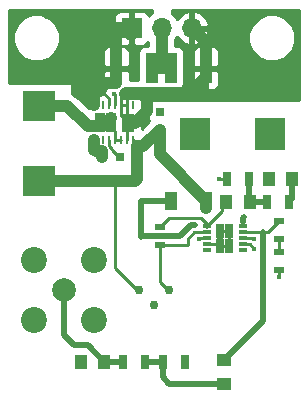
<source format=gbr>
G04 #@! TF.FileFunction,Copper,L1,Top,Signal*
%FSLAX46Y46*%
G04 Gerber Fmt 4.6, Leading zero omitted, Abs format (unit mm)*
G04 Created by KiCad (PCBNEW 4.0.6) date 12/13/17 11:39:51*
%MOMM*%
%LPD*%
G01*
G04 APERTURE LIST*
%ADD10C,0.100000*%
%ADD11R,0.650000X0.300000*%
%ADD12R,0.775000X1.240000*%
%ADD13R,1.070000X1.650000*%
%ADD14R,0.250000X0.700000*%
%ADD15R,0.890000X0.825000*%
%ADD16R,1.000000X2.500000*%
%ADD17R,0.800000X0.750000*%
%ADD18R,0.750000X0.800000*%
%ADD19C,2.200000*%
%ADD20C,2.000000*%
%ADD21R,0.900000X0.500000*%
%ADD22R,1.700000X1.700000*%
%ADD23O,1.700000X1.700000*%
%ADD24R,1.000000X1.600000*%
%ADD25R,2.550000X2.700000*%
%ADD26R,2.700000X2.550000*%
%ADD27R,1.000000X1.250000*%
%ADD28R,1.250000X1.000000*%
%ADD29R,0.700000X1.300000*%
%ADD30C,0.750000*%
%ADD31C,0.450000*%
%ADD32C,0.600000*%
%ADD33C,1.000000*%
%ADD34C,0.250000*%
%ADD35C,0.500000*%
%ADD36C,0.150000*%
%ADD37C,0.254000*%
G04 APERTURE END LIST*
D10*
D11*
X142800000Y-102850000D03*
X142800000Y-103350000D03*
X142800000Y-103850000D03*
X142800000Y-104350000D03*
X142800000Y-104850000D03*
X145900000Y-104850000D03*
X145900000Y-104350000D03*
X145900000Y-103850000D03*
X145900000Y-103350000D03*
X145900000Y-102850000D03*
D12*
X144737500Y-104470000D03*
X144737500Y-103230000D03*
X143962500Y-104470000D03*
X143962500Y-103230000D03*
D13*
X136150000Y-94050000D03*
D14*
X133550000Y-92600000D03*
X134050000Y-92600000D03*
X134550000Y-92600000D03*
X135050000Y-92600000D03*
X135550000Y-92600000D03*
X136050000Y-92600000D03*
X136550000Y-92600000D03*
X136550000Y-95500000D03*
X136050000Y-95500000D03*
X135550000Y-95500000D03*
X135050000Y-95500000D03*
X134550000Y-95500000D03*
X134050000Y-95500000D03*
X133550000Y-95500000D03*
D15*
X133805000Y-94462500D03*
X133805000Y-93637500D03*
X134695000Y-93637500D03*
X134695000Y-94462500D03*
D16*
X135150000Y-89450000D03*
X138150000Y-89450000D03*
X139750000Y-89450000D03*
X142750000Y-89450000D03*
D17*
X135450000Y-97000000D03*
X133950000Y-97000000D03*
D18*
X138850000Y-94650000D03*
X138850000Y-93150000D03*
D19*
X128210000Y-110790000D03*
X128210000Y-105710000D03*
X133290000Y-105710000D03*
X133290000Y-110790000D03*
D20*
X130750000Y-108250000D03*
D21*
X138850000Y-102900000D03*
X138850000Y-104400000D03*
D22*
X136470000Y-86050000D03*
D23*
X139010000Y-86050000D03*
X141550000Y-86050000D03*
D24*
X139750000Y-100650000D03*
X142750000Y-100650000D03*
D25*
X141800000Y-95050000D03*
X148150000Y-95050000D03*
D26*
X128650000Y-92650000D03*
X128650000Y-99000000D03*
D27*
X146450000Y-100750000D03*
X144450000Y-100750000D03*
X150050000Y-98850000D03*
X148050000Y-98850000D03*
D28*
X144250000Y-116150000D03*
X144250000Y-114150000D03*
D27*
X134150000Y-114350000D03*
X132150000Y-114350000D03*
D29*
X146400000Y-98850000D03*
X144500000Y-98850000D03*
X149800000Y-100750000D03*
X147900000Y-100750000D03*
D21*
X148950000Y-105000000D03*
X148950000Y-106500000D03*
X148950000Y-102400000D03*
X148950000Y-103900000D03*
D29*
X139100000Y-114350000D03*
X141000000Y-114350000D03*
X135700000Y-114350000D03*
X137600000Y-114350000D03*
D30*
X138320000Y-109520000D03*
X137050000Y-108250000D03*
X139590000Y-108250000D03*
D31*
X142150000Y-103950000D03*
X139750000Y-100650000D03*
X143850000Y-98850000D03*
X148050000Y-98850000D03*
X148950000Y-107150000D03*
D32*
X141000000Y-114350000D03*
X132150000Y-114350000D03*
X134695000Y-94462500D03*
X133805000Y-93637500D03*
X148150000Y-95050000D03*
X133805000Y-94462500D03*
X134695000Y-93637500D03*
D31*
X145950000Y-102050000D03*
D32*
X133950000Y-97000000D03*
X141750000Y-95150000D03*
D31*
X142750000Y-101200000D03*
X143950000Y-102950000D03*
X138850000Y-93150000D03*
X134950000Y-91650000D03*
X149750000Y-100850000D03*
X146850000Y-104750000D03*
X148850000Y-103950000D03*
X146850000Y-103950000D03*
D33*
X134276359Y-90728639D02*
X133654998Y-91350000D01*
X133654998Y-91350000D02*
X133274999Y-91729999D01*
D34*
X134550000Y-92600000D02*
X134550000Y-92000000D01*
X134550000Y-92000000D02*
X133900000Y-91350000D01*
X133900000Y-91350000D02*
X133654998Y-91350000D01*
D33*
X135150000Y-90728639D02*
X134276359Y-90728639D01*
X133274999Y-91729999D02*
X133274999Y-92574999D01*
D34*
X133550000Y-92600000D02*
X133550000Y-91750000D01*
X133550000Y-91750000D02*
X133750000Y-91550000D01*
D33*
X135150000Y-89450000D02*
X135150000Y-90728639D01*
X135250000Y-86050000D02*
X135150000Y-86150000D01*
X135150000Y-86150000D02*
X135150000Y-89450000D01*
X136470000Y-86050000D02*
X135250000Y-86050000D01*
X136370000Y-86650000D02*
X136370000Y-86570000D01*
D34*
X142800000Y-103850000D02*
X142250000Y-103850000D01*
X142250000Y-103850000D02*
X142150000Y-103950000D01*
X144500000Y-98850000D02*
X143850000Y-98850000D01*
X148950000Y-106500000D02*
X148950000Y-107150000D01*
D35*
X141050000Y-114350000D02*
X141000000Y-114350000D01*
X141075000Y-114325000D02*
X141050000Y-114350000D01*
X140450000Y-103650000D02*
X140550000Y-103650000D01*
X137250000Y-100650000D02*
X137250000Y-103750000D01*
X137250000Y-103750000D02*
X137350000Y-103650000D01*
X137350000Y-103650000D02*
X140450000Y-103650000D01*
X139750000Y-100650000D02*
X137250000Y-100650000D01*
X141450000Y-102750000D02*
X141850000Y-102750000D01*
X140550000Y-103650000D02*
X141450000Y-102750000D01*
D34*
X135050000Y-95500000D02*
X135050000Y-94817500D01*
X135050000Y-94817500D02*
X134695000Y-94462500D01*
X135050000Y-95500000D02*
X135550000Y-95500000D01*
D33*
X128650000Y-92650000D02*
X131000000Y-92650000D01*
X131000000Y-92650000D02*
X132724991Y-94374991D01*
X132724991Y-94374991D02*
X133957509Y-94374991D01*
X133957509Y-94374991D02*
X134695000Y-93637500D01*
X138150000Y-89450000D02*
X139750000Y-89450000D01*
X139010000Y-86050000D02*
X139010000Y-88710000D01*
X139010000Y-88710000D02*
X139750000Y-89450000D01*
D34*
X134550000Y-95500000D02*
X134550000Y-96003972D01*
X134550000Y-96003972D02*
X134800000Y-96253972D01*
X134800000Y-96253972D02*
X134800000Y-96375000D01*
X134800000Y-96375000D02*
X135425000Y-97000000D01*
X135425000Y-97000000D02*
X135450000Y-97000000D01*
X135200000Y-96750000D02*
X135450000Y-97000000D01*
D35*
X145900000Y-102500000D02*
X145900000Y-102100000D01*
X145900000Y-102100000D02*
X145950000Y-102050000D01*
D34*
X145900000Y-102850000D02*
X145900000Y-102650000D01*
X145900000Y-102650000D02*
X145900000Y-102500000D01*
X145900000Y-102500000D02*
X145950000Y-102450000D01*
D33*
X141750000Y-95150000D02*
X141800000Y-95100000D01*
X133274999Y-95525001D02*
X133274999Y-96370001D01*
X133950000Y-97000000D02*
X133950000Y-96500001D01*
X133404999Y-96500001D02*
X133274999Y-96370001D01*
X133950000Y-96500001D02*
X133404999Y-96500001D01*
D34*
X133550000Y-95500000D02*
X133550000Y-96600000D01*
X133550000Y-96600000D02*
X133950000Y-97000000D01*
X133950000Y-97000000D02*
X133950000Y-96750000D01*
X134200000Y-96750000D02*
X133950000Y-97000000D01*
D35*
X142750000Y-100650000D02*
X142750000Y-101200000D01*
X143950000Y-102950000D02*
X143962500Y-102962500D01*
X143962500Y-102962500D02*
X143962500Y-103230000D01*
D34*
X143962500Y-103230000D02*
X144737500Y-103230000D01*
X144737500Y-103230000D02*
X144737500Y-104470000D01*
X144737500Y-104470000D02*
X143962500Y-104470000D01*
X143962500Y-104470000D02*
X143962500Y-103230000D01*
D35*
X143962500Y-103230000D02*
X143962500Y-103695000D01*
X143962500Y-103695000D02*
X143962500Y-104470000D01*
D33*
X136950000Y-96125000D02*
X136950000Y-98825000D01*
X135050000Y-99000000D02*
X128650000Y-99000000D01*
X136950000Y-98825000D02*
X136775000Y-99000000D01*
D34*
X136950000Y-96050000D02*
X136950000Y-96125000D01*
X142800000Y-104350000D02*
X143842500Y-104350000D01*
X143842500Y-104350000D02*
X143962500Y-104470000D01*
D33*
X136950000Y-96050000D02*
X137450000Y-96050000D01*
X137450000Y-96050000D02*
X138850000Y-94650000D01*
X138850000Y-94650000D02*
X138850000Y-96750000D01*
X138850000Y-96750000D02*
X142750000Y-100650000D01*
X142750000Y-101300000D02*
X142750000Y-100650000D01*
X128650000Y-99000000D02*
X129000000Y-99000000D01*
D34*
X136550000Y-95500000D02*
X136550000Y-95650000D01*
X136550000Y-95650000D02*
X136950000Y-96050000D01*
X137450000Y-96050000D02*
X136950000Y-96250000D01*
X136950000Y-96250000D02*
X136950000Y-95900000D01*
X136950000Y-95900000D02*
X136550000Y-95500000D01*
D33*
X138850000Y-94675000D02*
X138850000Y-94650000D01*
D34*
X135050000Y-106350000D02*
X135050000Y-99000000D01*
D33*
X136775000Y-99000000D02*
X135050000Y-99000000D01*
D34*
X136990000Y-108250000D02*
X136950000Y-108250000D01*
X136950000Y-108250000D02*
X135050000Y-106350000D01*
X136950000Y-108210000D02*
X136990000Y-108250000D01*
X135050000Y-92600000D02*
X135050000Y-91650000D01*
X135050000Y-91650000D02*
X134950000Y-91650000D01*
X136050000Y-92600000D02*
X136050000Y-93950000D01*
X136050000Y-93950000D02*
X136150000Y-94050000D01*
X135550000Y-92600000D02*
X135550000Y-93450000D01*
X135550000Y-93450000D02*
X136150000Y-94050000D01*
D33*
X141400000Y-91550000D02*
X137750000Y-91550000D01*
X137750000Y-91550000D02*
X135954998Y-91550000D01*
X137329999Y-93470001D02*
X137750000Y-93050000D01*
X137750000Y-93050000D02*
X137750000Y-91550000D01*
X137325001Y-93470001D02*
X137329999Y-93470001D01*
D34*
X136150000Y-94050000D02*
X136050000Y-94150000D01*
X136050000Y-94150000D02*
X136050000Y-95500000D01*
X136050000Y-92600000D02*
X136050000Y-91745000D01*
X136050000Y-91745000D02*
X135904999Y-91599999D01*
X135550000Y-92600000D02*
X135550000Y-91954998D01*
X135550000Y-91954998D02*
X135904999Y-91599999D01*
X135550000Y-92600000D02*
X136050000Y-92600000D01*
D33*
X135904999Y-91599999D02*
X137195001Y-91599999D01*
X137325001Y-93470001D02*
X136745002Y-94050000D01*
X136745002Y-94050000D02*
X136150000Y-94050000D01*
X135954998Y-91550000D02*
X135904999Y-91599999D01*
X142750000Y-89450000D02*
X142750000Y-90200000D01*
X142750000Y-90200000D02*
X141400000Y-91550000D01*
X142750000Y-87250000D02*
X142750000Y-89450000D01*
X141550000Y-86050000D02*
X142750000Y-87250000D01*
D35*
X147900000Y-100750000D02*
X146450000Y-100750000D01*
X146450000Y-100750000D02*
X146400000Y-100700000D01*
X146400000Y-100700000D02*
X146400000Y-98850000D01*
D34*
X142800000Y-102850000D02*
X142800000Y-102650000D01*
X139600000Y-102150000D02*
X138850000Y-102900000D01*
X142300000Y-102150000D02*
X139600000Y-102150000D01*
X142800000Y-102650000D02*
X142300000Y-102150000D01*
X142750000Y-102900000D02*
X142800000Y-102850000D01*
X142750000Y-102900000D02*
X142800000Y-102850000D01*
X142800000Y-102850000D02*
X144125000Y-101525000D01*
X144125000Y-101525000D02*
X144125000Y-101075000D01*
X144125000Y-101075000D02*
X144450000Y-100750000D01*
X145900000Y-104350000D02*
X146450000Y-104350000D01*
X149750000Y-100850000D02*
X149800000Y-100800000D01*
X146450000Y-104350000D02*
X146850000Y-104750000D01*
X149800000Y-100800000D02*
X149800000Y-100750000D01*
D35*
X150050000Y-98850000D02*
X150050000Y-100500000D01*
X137600000Y-114350000D02*
X139100000Y-114350000D01*
X139100000Y-114350000D02*
X139100000Y-115625000D01*
X139625000Y-116150000D02*
X144250000Y-116150000D01*
X139100000Y-115625000D02*
X139625000Y-116150000D01*
X147575000Y-103350000D02*
X147575000Y-110825000D01*
X147575000Y-110825000D02*
X144250000Y-114150000D01*
D34*
X145900000Y-103350000D02*
X147575000Y-103350000D01*
X147575000Y-103350000D02*
X148000000Y-103350000D01*
X148000000Y-103350000D02*
X148950000Y-102400000D01*
D35*
X130750000Y-108250000D02*
X130750000Y-112075000D01*
X132725000Y-112925000D02*
X134150000Y-114350000D01*
X131600000Y-112925000D02*
X132725000Y-112925000D01*
X130750000Y-112075000D02*
X131600000Y-112925000D01*
X134150000Y-114350000D02*
X135700000Y-114350000D01*
D34*
X138850000Y-107550000D02*
X139550000Y-108250000D01*
D36*
X139550000Y-108250000D02*
X139550000Y-108200000D01*
D34*
X142800000Y-103350000D02*
X141750000Y-103350000D01*
X141225000Y-104400000D02*
X138850000Y-104400000D01*
X141225000Y-103875000D02*
X141225000Y-104400000D01*
X141750000Y-103350000D02*
X141225000Y-103875000D01*
X138850000Y-104400000D02*
X138850000Y-107550000D01*
X145900000Y-103850000D02*
X146750000Y-103850000D01*
X148850000Y-103950000D02*
X148900000Y-103900000D01*
X146750000Y-103850000D02*
X146850000Y-103950000D01*
X148900000Y-103900000D02*
X148950000Y-103900000D01*
X148950000Y-103900000D02*
X148950000Y-105000000D01*
D37*
G36*
X138223000Y-84795086D02*
X137959946Y-84970853D01*
X137930597Y-85014777D01*
X137858327Y-84840302D01*
X137679699Y-84661673D01*
X137446310Y-84565000D01*
X136755750Y-84565000D01*
X136597000Y-84723750D01*
X136597000Y-85923000D01*
X136617000Y-85923000D01*
X136617000Y-86177000D01*
X136597000Y-86177000D01*
X136597000Y-87376250D01*
X136755750Y-87535000D01*
X137446310Y-87535000D01*
X137679699Y-87438327D01*
X137858327Y-87259698D01*
X137875000Y-87219446D01*
X137875000Y-87552560D01*
X137650000Y-87552560D01*
X137414683Y-87596838D01*
X137198559Y-87735910D01*
X137053569Y-87948110D01*
X137002560Y-88200000D01*
X137002560Y-90415000D01*
X136285000Y-90415000D01*
X136285000Y-89735750D01*
X136126250Y-89577000D01*
X135277000Y-89577000D01*
X135277000Y-89597000D01*
X135023000Y-89597000D01*
X135023000Y-89577000D01*
X134173750Y-89577000D01*
X134015000Y-89735750D01*
X134015000Y-90826310D01*
X134111673Y-91059699D01*
X134219251Y-91167276D01*
X134090150Y-91478185D01*
X134090041Y-91602560D01*
X133925000Y-91602560D01*
X133819295Y-91622450D01*
X133801310Y-91615000D01*
X133771250Y-91615000D01*
X133750938Y-91635312D01*
X133689683Y-91646838D01*
X133487500Y-91776939D01*
X133487500Y-91773750D01*
X133328750Y-91615000D01*
X133298690Y-91615000D01*
X133065301Y-91711673D01*
X132886673Y-91890302D01*
X132790000Y-92123691D01*
X132790000Y-92314250D01*
X132948750Y-92473000D01*
X133277560Y-92473000D01*
X133277560Y-92593072D01*
X133124683Y-92621838D01*
X132961257Y-92727000D01*
X132948750Y-92727000D01*
X132926177Y-92749573D01*
X132908559Y-92760910D01*
X132895009Y-92780741D01*
X132815441Y-92860309D01*
X131802566Y-91847434D01*
X131692290Y-91773750D01*
X131434346Y-91601397D01*
X131377000Y-91589990D01*
X131377000Y-90850000D01*
X131366994Y-90800590D01*
X131338553Y-90758965D01*
X131296159Y-90731685D01*
X131250000Y-90723000D01*
X126060000Y-90723000D01*
X126060000Y-87268109D01*
X126414657Y-87268109D01*
X126716218Y-87997943D01*
X127274120Y-88556819D01*
X128003427Y-88859654D01*
X128793109Y-88860343D01*
X129522943Y-88558782D01*
X130008881Y-88073690D01*
X134015000Y-88073690D01*
X134015000Y-89164250D01*
X134173750Y-89323000D01*
X135023000Y-89323000D01*
X135023000Y-87723750D01*
X135277000Y-87723750D01*
X135277000Y-89323000D01*
X136126250Y-89323000D01*
X136285000Y-89164250D01*
X136285000Y-88073690D01*
X136188327Y-87840301D01*
X136009698Y-87661673D01*
X135776309Y-87565000D01*
X135435750Y-87565000D01*
X135277000Y-87723750D01*
X135023000Y-87723750D01*
X134864250Y-87565000D01*
X134523691Y-87565000D01*
X134290302Y-87661673D01*
X134111673Y-87840301D01*
X134015000Y-88073690D01*
X130008881Y-88073690D01*
X130081819Y-88000880D01*
X130384654Y-87271573D01*
X130385343Y-86481891D01*
X130324959Y-86335750D01*
X134985000Y-86335750D01*
X134985000Y-87026309D01*
X135081673Y-87259698D01*
X135260301Y-87438327D01*
X135493690Y-87535000D01*
X136184250Y-87535000D01*
X136343000Y-87376250D01*
X136343000Y-86177000D01*
X135143750Y-86177000D01*
X134985000Y-86335750D01*
X130324959Y-86335750D01*
X130083782Y-85752057D01*
X129525880Y-85193181D01*
X129238117Y-85073691D01*
X134985000Y-85073691D01*
X134985000Y-85764250D01*
X135143750Y-85923000D01*
X136343000Y-85923000D01*
X136343000Y-84723750D01*
X136184250Y-84565000D01*
X135493690Y-84565000D01*
X135260301Y-84661673D01*
X135081673Y-84840302D01*
X134985000Y-85073691D01*
X129238117Y-85073691D01*
X128796573Y-84890346D01*
X128006891Y-84889657D01*
X127277057Y-85191218D01*
X126718181Y-85749120D01*
X126415346Y-86478427D01*
X126414657Y-87268109D01*
X126060000Y-87268109D01*
X126060000Y-84560000D01*
X138223000Y-84560000D01*
X138223000Y-84795086D01*
X138223000Y-84795086D01*
G37*
X138223000Y-84795086D02*
X137959946Y-84970853D01*
X137930597Y-85014777D01*
X137858327Y-84840302D01*
X137679699Y-84661673D01*
X137446310Y-84565000D01*
X136755750Y-84565000D01*
X136597000Y-84723750D01*
X136597000Y-85923000D01*
X136617000Y-85923000D01*
X136617000Y-86177000D01*
X136597000Y-86177000D01*
X136597000Y-87376250D01*
X136755750Y-87535000D01*
X137446310Y-87535000D01*
X137679699Y-87438327D01*
X137858327Y-87259698D01*
X137875000Y-87219446D01*
X137875000Y-87552560D01*
X137650000Y-87552560D01*
X137414683Y-87596838D01*
X137198559Y-87735910D01*
X137053569Y-87948110D01*
X137002560Y-88200000D01*
X137002560Y-90415000D01*
X136285000Y-90415000D01*
X136285000Y-89735750D01*
X136126250Y-89577000D01*
X135277000Y-89577000D01*
X135277000Y-89597000D01*
X135023000Y-89597000D01*
X135023000Y-89577000D01*
X134173750Y-89577000D01*
X134015000Y-89735750D01*
X134015000Y-90826310D01*
X134111673Y-91059699D01*
X134219251Y-91167276D01*
X134090150Y-91478185D01*
X134090041Y-91602560D01*
X133925000Y-91602560D01*
X133819295Y-91622450D01*
X133801310Y-91615000D01*
X133771250Y-91615000D01*
X133750938Y-91635312D01*
X133689683Y-91646838D01*
X133487500Y-91776939D01*
X133487500Y-91773750D01*
X133328750Y-91615000D01*
X133298690Y-91615000D01*
X133065301Y-91711673D01*
X132886673Y-91890302D01*
X132790000Y-92123691D01*
X132790000Y-92314250D01*
X132948750Y-92473000D01*
X133277560Y-92473000D01*
X133277560Y-92593072D01*
X133124683Y-92621838D01*
X132961257Y-92727000D01*
X132948750Y-92727000D01*
X132926177Y-92749573D01*
X132908559Y-92760910D01*
X132895009Y-92780741D01*
X132815441Y-92860309D01*
X131802566Y-91847434D01*
X131692290Y-91773750D01*
X131434346Y-91601397D01*
X131377000Y-91589990D01*
X131377000Y-90850000D01*
X131366994Y-90800590D01*
X131338553Y-90758965D01*
X131296159Y-90731685D01*
X131250000Y-90723000D01*
X126060000Y-90723000D01*
X126060000Y-87268109D01*
X126414657Y-87268109D01*
X126716218Y-87997943D01*
X127274120Y-88556819D01*
X128003427Y-88859654D01*
X128793109Y-88860343D01*
X129522943Y-88558782D01*
X130008881Y-88073690D01*
X134015000Y-88073690D01*
X134015000Y-89164250D01*
X134173750Y-89323000D01*
X135023000Y-89323000D01*
X135023000Y-87723750D01*
X135277000Y-87723750D01*
X135277000Y-89323000D01*
X136126250Y-89323000D01*
X136285000Y-89164250D01*
X136285000Y-88073690D01*
X136188327Y-87840301D01*
X136009698Y-87661673D01*
X135776309Y-87565000D01*
X135435750Y-87565000D01*
X135277000Y-87723750D01*
X135023000Y-87723750D01*
X134864250Y-87565000D01*
X134523691Y-87565000D01*
X134290302Y-87661673D01*
X134111673Y-87840301D01*
X134015000Y-88073690D01*
X130008881Y-88073690D01*
X130081819Y-88000880D01*
X130384654Y-87271573D01*
X130385343Y-86481891D01*
X130324959Y-86335750D01*
X134985000Y-86335750D01*
X134985000Y-87026309D01*
X135081673Y-87259698D01*
X135260301Y-87438327D01*
X135493690Y-87535000D01*
X136184250Y-87535000D01*
X136343000Y-87376250D01*
X136343000Y-86177000D01*
X135143750Y-86177000D01*
X134985000Y-86335750D01*
X130324959Y-86335750D01*
X130083782Y-85752057D01*
X129525880Y-85193181D01*
X129238117Y-85073691D01*
X134985000Y-85073691D01*
X134985000Y-85764250D01*
X135143750Y-85923000D01*
X136343000Y-85923000D01*
X136343000Y-84723750D01*
X136184250Y-84565000D01*
X135493690Y-84565000D01*
X135260301Y-84661673D01*
X135081673Y-84840302D01*
X134985000Y-85073691D01*
X129238117Y-85073691D01*
X128796573Y-84890346D01*
X128006891Y-84889657D01*
X127277057Y-85191218D01*
X126718181Y-85749120D01*
X126415346Y-86478427D01*
X126414657Y-87268109D01*
X126060000Y-87268109D01*
X126060000Y-84560000D01*
X138223000Y-84560000D01*
X138223000Y-84795086D01*
G36*
X150640000Y-92123000D02*
X139325936Y-92123000D01*
X139225000Y-92102560D01*
X138475000Y-92102560D01*
X138366371Y-92123000D01*
X138250000Y-92123000D01*
X138200590Y-92133006D01*
X138158965Y-92161447D01*
X138131685Y-92203841D01*
X138129011Y-92218054D01*
X138023559Y-92285910D01*
X137878569Y-92498110D01*
X137827560Y-92750000D01*
X137827560Y-93550000D01*
X137871838Y-93785317D01*
X137945620Y-93899978D01*
X137878569Y-93998110D01*
X137873950Y-94020918D01*
X137320000Y-94574868D01*
X137320000Y-94335750D01*
X137161250Y-94177000D01*
X136277000Y-94177000D01*
X136277000Y-94197000D01*
X136023000Y-94197000D01*
X136023000Y-94177000D01*
X136003000Y-94177000D01*
X136003000Y-93923000D01*
X136023000Y-93923000D01*
X136023000Y-93903000D01*
X136277000Y-93903000D01*
X136277000Y-93923000D01*
X137161250Y-93923000D01*
X137320000Y-93764250D01*
X137320000Y-93098691D01*
X137301415Y-93053823D01*
X137322440Y-92950000D01*
X137322440Y-92250000D01*
X137278162Y-92014683D01*
X137139090Y-91798559D01*
X136926890Y-91653569D01*
X136675000Y-91602560D01*
X136425000Y-91602560D01*
X136319295Y-91622450D01*
X136301310Y-91615000D01*
X136271250Y-91615000D01*
X136250938Y-91635312D01*
X136189683Y-91646838D01*
X136055931Y-91732905D01*
X136034699Y-91711673D01*
X135848153Y-91634403D01*
X135828750Y-91615000D01*
X135827158Y-91615000D01*
X135952566Y-91531205D01*
X136084555Y-91333670D01*
X136183727Y-91277000D01*
X137369672Y-91277000D01*
X137398110Y-91296431D01*
X137650000Y-91347440D01*
X138650000Y-91347440D01*
X138885317Y-91303162D01*
X138925974Y-91277000D01*
X138969672Y-91277000D01*
X138998110Y-91296431D01*
X139250000Y-91347440D01*
X140250000Y-91347440D01*
X140485317Y-91303162D01*
X140701441Y-91164090D01*
X140846431Y-90951890D01*
X140897440Y-90700000D01*
X140897440Y-89735750D01*
X141615000Y-89735750D01*
X141615000Y-90826310D01*
X141711673Y-91059699D01*
X141890302Y-91238327D01*
X142123691Y-91335000D01*
X142464250Y-91335000D01*
X142623000Y-91176250D01*
X142623000Y-89577000D01*
X142877000Y-89577000D01*
X142877000Y-91176250D01*
X143035750Y-91335000D01*
X143376309Y-91335000D01*
X143609698Y-91238327D01*
X143788327Y-91059699D01*
X143885000Y-90826310D01*
X143885000Y-89735750D01*
X143726250Y-89577000D01*
X142877000Y-89577000D01*
X142623000Y-89577000D01*
X141773750Y-89577000D01*
X141615000Y-89735750D01*
X140897440Y-89735750D01*
X140897440Y-88200000D01*
X140873674Y-88073690D01*
X141615000Y-88073690D01*
X141615000Y-89164250D01*
X141773750Y-89323000D01*
X142623000Y-89323000D01*
X142623000Y-87723750D01*
X142877000Y-87723750D01*
X142877000Y-89323000D01*
X143726250Y-89323000D01*
X143885000Y-89164250D01*
X143885000Y-88073690D01*
X143788327Y-87840301D01*
X143609698Y-87661673D01*
X143376309Y-87565000D01*
X143035750Y-87565000D01*
X142877000Y-87723750D01*
X142623000Y-87723750D01*
X142464250Y-87565000D01*
X142123691Y-87565000D01*
X141890302Y-87661673D01*
X141711673Y-87840301D01*
X141615000Y-88073690D01*
X140873674Y-88073690D01*
X140853162Y-87964683D01*
X140714090Y-87748559D01*
X140501890Y-87603569D01*
X140250000Y-87552560D01*
X140145000Y-87552560D01*
X140145000Y-87002016D01*
X140287702Y-86788447D01*
X140354817Y-86931358D01*
X140783076Y-87321645D01*
X141193110Y-87491476D01*
X141423000Y-87370155D01*
X141423000Y-86177000D01*
X141677000Y-86177000D01*
X141677000Y-87370155D01*
X141906890Y-87491476D01*
X142316924Y-87321645D01*
X142375668Y-87268109D01*
X146339657Y-87268109D01*
X146641218Y-87997943D01*
X147199120Y-88556819D01*
X147928427Y-88859654D01*
X148718109Y-88860343D01*
X149447943Y-88558782D01*
X150006819Y-88000880D01*
X150309654Y-87271573D01*
X150310343Y-86481891D01*
X150008782Y-85752057D01*
X149450880Y-85193181D01*
X148721573Y-84890346D01*
X147931891Y-84889657D01*
X147202057Y-85191218D01*
X146643181Y-85749120D01*
X146340346Y-86478427D01*
X146339657Y-87268109D01*
X142375668Y-87268109D01*
X142745183Y-86931358D01*
X142991486Y-86406892D01*
X142870819Y-86177000D01*
X141677000Y-86177000D01*
X141423000Y-86177000D01*
X141403000Y-86177000D01*
X141403000Y-85923000D01*
X141423000Y-85923000D01*
X141423000Y-84729845D01*
X141677000Y-84729845D01*
X141677000Y-85923000D01*
X142870819Y-85923000D01*
X142991486Y-85693108D01*
X142745183Y-85168642D01*
X142316924Y-84778355D01*
X141906890Y-84608524D01*
X141677000Y-84729845D01*
X141423000Y-84729845D01*
X141193110Y-84608524D01*
X140783076Y-84778355D01*
X140354817Y-85168642D01*
X140287702Y-85311553D01*
X140060054Y-84970853D01*
X139877000Y-84848541D01*
X139877000Y-84560000D01*
X150640000Y-84560000D01*
X150640000Y-92123000D01*
X150640000Y-92123000D01*
G37*
X150640000Y-92123000D02*
X139325936Y-92123000D01*
X139225000Y-92102560D01*
X138475000Y-92102560D01*
X138366371Y-92123000D01*
X138250000Y-92123000D01*
X138200590Y-92133006D01*
X138158965Y-92161447D01*
X138131685Y-92203841D01*
X138129011Y-92218054D01*
X138023559Y-92285910D01*
X137878569Y-92498110D01*
X137827560Y-92750000D01*
X137827560Y-93550000D01*
X137871838Y-93785317D01*
X137945620Y-93899978D01*
X137878569Y-93998110D01*
X137873950Y-94020918D01*
X137320000Y-94574868D01*
X137320000Y-94335750D01*
X137161250Y-94177000D01*
X136277000Y-94177000D01*
X136277000Y-94197000D01*
X136023000Y-94197000D01*
X136023000Y-94177000D01*
X136003000Y-94177000D01*
X136003000Y-93923000D01*
X136023000Y-93923000D01*
X136023000Y-93903000D01*
X136277000Y-93903000D01*
X136277000Y-93923000D01*
X137161250Y-93923000D01*
X137320000Y-93764250D01*
X137320000Y-93098691D01*
X137301415Y-93053823D01*
X137322440Y-92950000D01*
X137322440Y-92250000D01*
X137278162Y-92014683D01*
X137139090Y-91798559D01*
X136926890Y-91653569D01*
X136675000Y-91602560D01*
X136425000Y-91602560D01*
X136319295Y-91622450D01*
X136301310Y-91615000D01*
X136271250Y-91615000D01*
X136250938Y-91635312D01*
X136189683Y-91646838D01*
X136055931Y-91732905D01*
X136034699Y-91711673D01*
X135848153Y-91634403D01*
X135828750Y-91615000D01*
X135827158Y-91615000D01*
X135952566Y-91531205D01*
X136084555Y-91333670D01*
X136183727Y-91277000D01*
X137369672Y-91277000D01*
X137398110Y-91296431D01*
X137650000Y-91347440D01*
X138650000Y-91347440D01*
X138885317Y-91303162D01*
X138925974Y-91277000D01*
X138969672Y-91277000D01*
X138998110Y-91296431D01*
X139250000Y-91347440D01*
X140250000Y-91347440D01*
X140485317Y-91303162D01*
X140701441Y-91164090D01*
X140846431Y-90951890D01*
X140897440Y-90700000D01*
X140897440Y-89735750D01*
X141615000Y-89735750D01*
X141615000Y-90826310D01*
X141711673Y-91059699D01*
X141890302Y-91238327D01*
X142123691Y-91335000D01*
X142464250Y-91335000D01*
X142623000Y-91176250D01*
X142623000Y-89577000D01*
X142877000Y-89577000D01*
X142877000Y-91176250D01*
X143035750Y-91335000D01*
X143376309Y-91335000D01*
X143609698Y-91238327D01*
X143788327Y-91059699D01*
X143885000Y-90826310D01*
X143885000Y-89735750D01*
X143726250Y-89577000D01*
X142877000Y-89577000D01*
X142623000Y-89577000D01*
X141773750Y-89577000D01*
X141615000Y-89735750D01*
X140897440Y-89735750D01*
X140897440Y-88200000D01*
X140873674Y-88073690D01*
X141615000Y-88073690D01*
X141615000Y-89164250D01*
X141773750Y-89323000D01*
X142623000Y-89323000D01*
X142623000Y-87723750D01*
X142877000Y-87723750D01*
X142877000Y-89323000D01*
X143726250Y-89323000D01*
X143885000Y-89164250D01*
X143885000Y-88073690D01*
X143788327Y-87840301D01*
X143609698Y-87661673D01*
X143376309Y-87565000D01*
X143035750Y-87565000D01*
X142877000Y-87723750D01*
X142623000Y-87723750D01*
X142464250Y-87565000D01*
X142123691Y-87565000D01*
X141890302Y-87661673D01*
X141711673Y-87840301D01*
X141615000Y-88073690D01*
X140873674Y-88073690D01*
X140853162Y-87964683D01*
X140714090Y-87748559D01*
X140501890Y-87603569D01*
X140250000Y-87552560D01*
X140145000Y-87552560D01*
X140145000Y-87002016D01*
X140287702Y-86788447D01*
X140354817Y-86931358D01*
X140783076Y-87321645D01*
X141193110Y-87491476D01*
X141423000Y-87370155D01*
X141423000Y-86177000D01*
X141677000Y-86177000D01*
X141677000Y-87370155D01*
X141906890Y-87491476D01*
X142316924Y-87321645D01*
X142375668Y-87268109D01*
X146339657Y-87268109D01*
X146641218Y-87997943D01*
X147199120Y-88556819D01*
X147928427Y-88859654D01*
X148718109Y-88860343D01*
X149447943Y-88558782D01*
X150006819Y-88000880D01*
X150309654Y-87271573D01*
X150310343Y-86481891D01*
X150008782Y-85752057D01*
X149450880Y-85193181D01*
X148721573Y-84890346D01*
X147931891Y-84889657D01*
X147202057Y-85191218D01*
X146643181Y-85749120D01*
X146340346Y-86478427D01*
X146339657Y-87268109D01*
X142375668Y-87268109D01*
X142745183Y-86931358D01*
X142991486Y-86406892D01*
X142870819Y-86177000D01*
X141677000Y-86177000D01*
X141423000Y-86177000D01*
X141403000Y-86177000D01*
X141403000Y-85923000D01*
X141423000Y-85923000D01*
X141423000Y-84729845D01*
X141677000Y-84729845D01*
X141677000Y-85923000D01*
X142870819Y-85923000D01*
X142991486Y-85693108D01*
X142745183Y-85168642D01*
X142316924Y-84778355D01*
X141906890Y-84608524D01*
X141677000Y-84729845D01*
X141423000Y-84729845D01*
X141193110Y-84608524D01*
X140783076Y-84778355D01*
X140354817Y-85168642D01*
X140287702Y-85311553D01*
X140060054Y-84970853D01*
X139877000Y-84848541D01*
X139877000Y-84560000D01*
X150640000Y-84560000D01*
X150640000Y-92123000D01*
M02*

</source>
